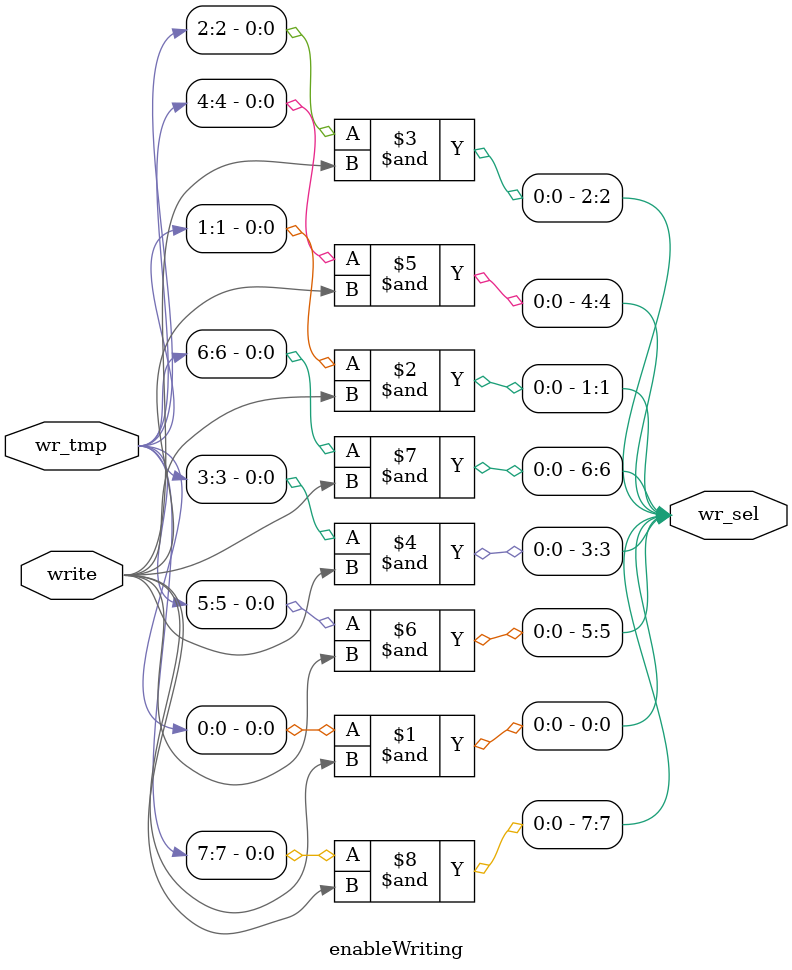
<source format=v>
module enableWriting(wr_sel, wr_tmp, write);

  input [7:0] wr_tmp;
  input write;
  output [7:0] wr_sel;

//////////////////////////////////////////////////
  assign wr_sel[0] = wr_tmp[0] & write;
  assign wr_sel[1] = wr_tmp[1] & write;
  assign wr_sel[2] = wr_tmp[2] & write;
  assign wr_sel[3] = wr_tmp[3] & write;
  assign wr_sel[4] = wr_tmp[4] & write;
  assign wr_sel[5] = wr_tmp[5] & write;
  assign wr_sel[6] = wr_tmp[6] & write;
  assign wr_sel[7] = wr_tmp[7] & write;
endmodule
</source>
